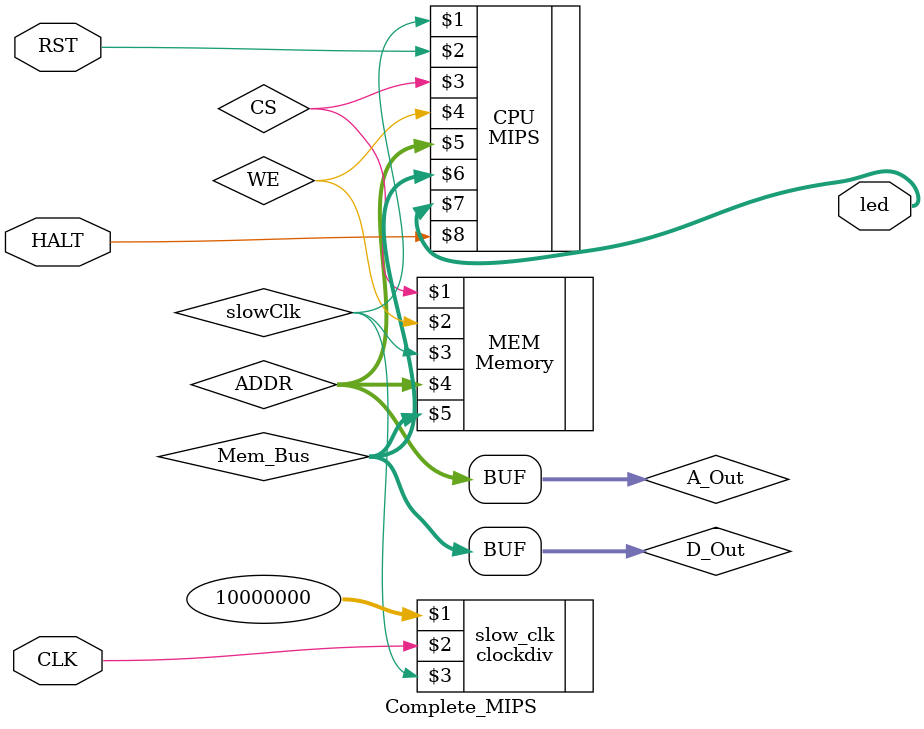
<source format=v>
module Complete_MIPS(CLK, RST, HALT, led);
  // Will need to be modified to add functionality
  input CLK;
  input RST;
  input HALT;
  wire [6:0] A_Out;
  wire [31:0] D_Out;
  output[7:0] led;

  wire CS, WE;
  wire [6:0] ADDR;
  wire [31:0] Mem_Bus;
  assign A_Out = ADDR;
  assign D_Out = Mem_Bus;
  
  wire slowClk;

  clockdiv slow_clk(10000000, CLK, slowClk);
  
  MIPS CPU(slowClk, RST, CS, WE, ADDR, Mem_Bus, led, HALT);
  Memory MEM(CS, WE, slowClk, ADDR, Mem_Bus);

endmodule
</source>
